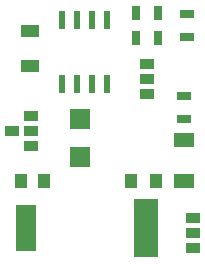
<source format=gbr>
G04 #@! TF.FileFunction,Paste,Top*
%FSLAX46Y46*%
G04 Gerber Fmt 4.6, Leading zero omitted, Abs format (unit mm)*
G04 Created by KiCad (PCBNEW 4.0.6) date 04/09/19 20:00:22*
%MOMM*%
%LPD*%
G01*
G04 APERTURE LIST*
%ADD10C,0.100000*%
%ADD11R,1.270000X0.970000*%
%ADD12R,1.800000X1.750000*%
%ADD13R,1.700000X1.300000*%
%ADD14R,0.600000X1.550000*%
%ADD15R,1.300000X0.700000*%
%ADD16R,1.000000X1.250000*%
%ADD17R,0.700000X1.300000*%
%ADD18R,1.600000X1.000000*%
%ADD19R,2.000000X5.000000*%
%ADD20R,1.700000X4.000000*%
G04 APERTURE END LIST*
D10*
D11*
X154749800Y-72570200D03*
X154749800Y-73840200D03*
X154749800Y-75110200D03*
D12*
X149111000Y-77244400D03*
X149111000Y-80494400D03*
D13*
X157899400Y-78999000D03*
X157899400Y-82499000D03*
D14*
X147510800Y-74254200D03*
X148780800Y-74254200D03*
X150050800Y-74254200D03*
X151320800Y-74254200D03*
X151320800Y-68854200D03*
X150050800Y-68854200D03*
X148780800Y-68854200D03*
X147510800Y-68854200D03*
D15*
X158102600Y-68369000D03*
X158102600Y-70269000D03*
D16*
X144047000Y-82527000D03*
X146047000Y-82527000D03*
D11*
X158610600Y-88165800D03*
X158610600Y-86895800D03*
X158610600Y-85625800D03*
X154749800Y-72570200D03*
X154749800Y-73840200D03*
X154749800Y-75110200D03*
D17*
X155699800Y-70385800D03*
X153799800Y-70385800D03*
X155699800Y-68303000D03*
X153799800Y-68303000D03*
D18*
X144843800Y-69749400D03*
X144843800Y-72749400D03*
D19*
X154688200Y-86478600D03*
D20*
X144538200Y-86438600D03*
D16*
X155495000Y-82476200D03*
X153395000Y-82476200D03*
D15*
X157899400Y-77228600D03*
X157899400Y-75328600D03*
D11*
X144894600Y-76989800D03*
X144894600Y-78259800D03*
X144894600Y-79529800D03*
X143344600Y-78259800D03*
M02*

</source>
